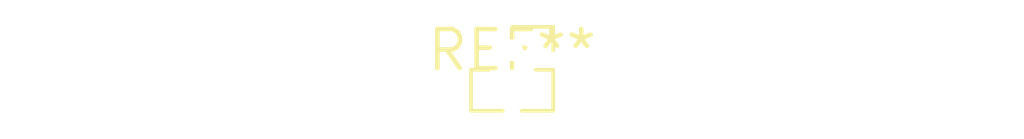
<source format=kicad_pcb>
(kicad_pcb (version 20240108) (generator pcbnew)
  (layers (0 "F.Cu" signal) (31 "B.Cu" signal) (34 "B.Paste" user) (35 "F.Paste" user) (36 "B.SilkS" user "B.Silkscreen") (37 "F.SilkS" user "F.Silkscreen") (38 "B.Mask" user) (39 "F.Mask" user) (44 "Edge.Cuts" user))
  (net 0 "")
  (footprint "PinSocket_1x02_P1.27mm_Vertical" (layer "F.Cu") (at 0 0)
    (property "Reference" "REF**")
    (property "Value" "PinSocket_1x02_P1.27mm_Vertical")
    (fp_line (start -1.33 0.635) (end -1.33 1.965) (layer "F.SilkS") (stroke (width 0.12)))
    (fp_line (start -1.33 0.635) (end -0.76 0.635) (layer "F.SilkS") (stroke (width 0.12)))
    (fp_line (start -1.33 1.965) (end -0.30753 1.965) (layer "F.SilkS") (stroke (width 0.12)))
    (fp_line (start 0 -0.76) (end 1.33 -0.76) (layer "F.SilkS") (stroke (width 0.12)))
    (fp_line (start 0.30753 1.965) (end 1.33 1.965) (layer "F.SilkS") (stroke (width 0.12)))
    (fp_line (start 0.76 0.635) (end 1.33 0.635) (layer "F.SilkS") (stroke (width 0.12)))
    (fp_line (start 1.33 -0.76) (end 1.33 0) (layer "F.SilkS") (stroke (width 0.12)))
    (fp_line (start 1.33 0.635) (end 1.33 1.965) (layer "F.SilkS") (stroke (width 0.12)))
    (pad "1" thru_hole rect (at 0 0) (size 1 1) (drill 0.7) (layers *.Cu *.Mask) (remove_unused_layers))
    (pad "2" thru_hole oval (at 0 1.27) (size 1 1) (drill 0.7) (layers *.Cu *.Mask) (remove_unused_layers))
  )
)
</source>
